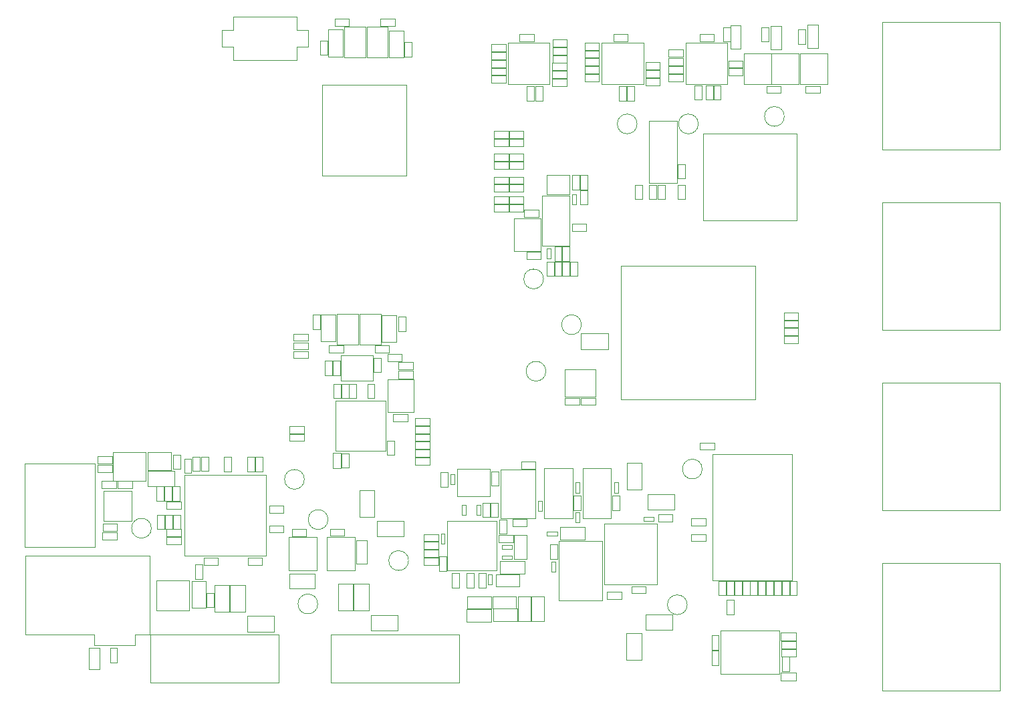
<source format=gbr>
%TF.GenerationSoftware,KiCad,Pcbnew,9.0.1*%
%TF.CreationDate,2025-05-15T18:24:47+02:00*%
%TF.ProjectId,Marble_Tiny,4d617262-6c65-45f5-9469-6e792e6b6963,rev?*%
%TF.SameCoordinates,Original*%
%TF.FileFunction,Other,User*%
%FSLAX46Y46*%
G04 Gerber Fmt 4.6, Leading zero omitted, Abs format (unit mm)*
G04 Created by KiCad (PCBNEW 9.0.1) date 2025-05-15 18:24:47*
%MOMM*%
%LPD*%
G01*
G04 APERTURE LIST*
%ADD10C,0.050000*%
%ADD11C,0.100000*%
G04 APERTURE END LIST*
D10*
%TO.C,R156*%
X196390000Y-63425000D02*
X198210000Y-63425000D01*
X196390000Y-64345000D02*
X196390000Y-63425000D01*
X196390000Y-64345000D02*
X198210000Y-64345000D01*
X198210000Y-64345000D02*
X198210000Y-63425000D01*
%TO.C,C13*%
X143540000Y-101190000D02*
X143540000Y-103010000D01*
X143540000Y-101190000D02*
X144460000Y-101190000D01*
X143540000Y-103010000D02*
X144460000Y-103010000D01*
X144460000Y-101190000D02*
X144460000Y-103010000D01*
%TO.C,R61*%
X198340000Y-126190000D02*
X198340000Y-128010000D01*
X198340000Y-126190000D02*
X199260000Y-126190000D01*
X198340000Y-128010000D02*
X199260000Y-128010000D01*
X199260000Y-126190000D02*
X199260000Y-128010000D01*
%TO.C,U3*%
X167950000Y-77320000D02*
X167950000Y-83680000D01*
X167950000Y-83680000D02*
X171450000Y-83680000D01*
X171450000Y-77320000D02*
X167950000Y-77320000D01*
X171450000Y-83680000D02*
X171450000Y-77320000D01*
%TO.C,R129*%
X163790000Y-74940000D02*
X165610000Y-74940000D01*
X163790000Y-75860000D02*
X163790000Y-74940000D01*
X163790000Y-75860000D02*
X165610000Y-75860000D01*
X165610000Y-75860000D02*
X165610000Y-74940000D01*
%TO.C,R131*%
X161890000Y-73040000D02*
X163710000Y-73040000D01*
X161890000Y-73960000D02*
X161890000Y-73040000D01*
X161890000Y-73960000D02*
X163710000Y-73960000D01*
X163710000Y-73960000D02*
X163710000Y-73040000D01*
%TO.C,U12*%
X157200000Y-111965000D02*
X161400000Y-111965000D01*
X157200000Y-115465000D02*
X157200000Y-111965000D01*
X157200000Y-115465000D02*
X161400000Y-115465000D01*
X161400000Y-115465000D02*
X161400000Y-111965000D01*
%TO.C,C19*%
X140850000Y-56300000D02*
X140850000Y-59700000D01*
X140850000Y-56300000D02*
X142750000Y-56300000D01*
X140850000Y-59700000D02*
X142750000Y-59700000D01*
X142750000Y-56300000D02*
X142750000Y-59700000D01*
%TO.C,TP2*%
X187750000Y-68250000D02*
G75*
G02*
X185250000Y-68250000I-1250000J0D01*
G01*
X185250000Y-68250000D02*
G75*
G02*
X187750000Y-68250000I1250000J0D01*
G01*
%TO.C,TP12*%
X168450000Y-99600000D02*
G75*
G02*
X165950000Y-99600000I-1250000J0D01*
G01*
X165950000Y-99600000D02*
G75*
G02*
X168450000Y-99600000I1250000J0D01*
G01*
%TO.C,R19*%
X136490000Y-95940000D02*
X136490000Y-96860000D01*
X138310000Y-95940000D02*
X136490000Y-95940000D01*
X138310000Y-95940000D02*
X138310000Y-96860000D01*
X138310000Y-96860000D02*
X136490000Y-96860000D01*
%TO.C,C227*%
X185165000Y-73355000D02*
X185165000Y-75175000D01*
X185165000Y-73355000D02*
X186085000Y-73355000D01*
X185165000Y-75175000D02*
X186085000Y-75175000D01*
X186085000Y-73355000D02*
X186085000Y-75175000D01*
%TO.C,U16*%
X155950000Y-118550000D02*
X162250000Y-118550000D01*
X155950000Y-124850000D02*
X155950000Y-118550000D01*
X155950000Y-124850000D02*
X162250000Y-124850000D01*
X162250000Y-124850000D02*
X162250000Y-118550000D01*
%TO.C,C209*%
X157850000Y-117850000D02*
X157850000Y-116550000D01*
X158350000Y-116550000D02*
X157850000Y-116550000D01*
X158350000Y-117850000D02*
X157850000Y-117850000D01*
X158350000Y-117850000D02*
X158350000Y-116550000D01*
%TO.C,R135*%
X161890000Y-70140000D02*
X163710000Y-70140000D01*
X161890000Y-71060000D02*
X161890000Y-70140000D01*
X161890000Y-71060000D02*
X163710000Y-71060000D01*
X163710000Y-71060000D02*
X163710000Y-70140000D01*
%TO.C,L17*%
X158500000Y-128150000D02*
X161500000Y-128150000D01*
X158500000Y-129650000D02*
X158500000Y-128150000D01*
X158500000Y-129650000D02*
X161500000Y-129650000D01*
X161500000Y-129650000D02*
X161500000Y-128150000D01*
%TO.C,C199*%
X164900000Y-128150000D02*
X164900000Y-131250000D01*
X164900000Y-128150000D02*
X166500000Y-128150000D01*
X164900000Y-131250000D02*
X166500000Y-131250000D01*
X166500000Y-128150000D02*
X166500000Y-131250000D01*
%TO.C,C188*%
X165340000Y-111040000D02*
X167160000Y-111040000D01*
X165340000Y-111960000D02*
X165340000Y-111040000D01*
X165340000Y-111960000D02*
X167160000Y-111960000D01*
X167160000Y-111960000D02*
X167160000Y-111040000D01*
%TO.C,R28*%
X177702500Y-63490000D02*
X177702500Y-65310000D01*
X177702500Y-63490000D02*
X178622500Y-63490000D01*
X177702500Y-65310000D02*
X178622500Y-65310000D01*
X178622500Y-63490000D02*
X178622500Y-65310000D01*
%TO.C,J6*%
X211075000Y-78155000D02*
X211075000Y-94405000D01*
X211075000Y-94405000D02*
X225925000Y-94405000D01*
X225925000Y-78155000D02*
X211075000Y-78155000D01*
X225925000Y-94405000D02*
X225925000Y-78155000D01*
%TO.C,C218*%
X172890000Y-102965000D02*
X174710000Y-102965000D01*
X172890000Y-103885000D02*
X172890000Y-102965000D01*
X172890000Y-103885000D02*
X174710000Y-103885000D01*
X174710000Y-103885000D02*
X174710000Y-102965000D01*
%TO.C,TP10*%
X137850000Y-113300000D02*
G75*
G02*
X135350000Y-113300000I-1250000J0D01*
G01*
X135350000Y-113300000D02*
G75*
G02*
X137850000Y-113300000I1250000J0D01*
G01*
%TO.C,R113*%
X170540000Y-83790000D02*
X170540000Y-85610000D01*
X170540000Y-83790000D02*
X171460000Y-83790000D01*
X170540000Y-85610000D02*
X171460000Y-85610000D01*
X171460000Y-83790000D02*
X171460000Y-85610000D01*
%TO.C,L3*%
X145750000Y-55950000D02*
X148450000Y-55950000D01*
X145750000Y-59850000D02*
X145750000Y-55950000D01*
X148450000Y-55950000D02*
X148450000Y-59850000D01*
X148450000Y-59850000D02*
X145750000Y-59850000D01*
%TO.C,R150*%
X198340000Y-135790000D02*
X198340000Y-137610000D01*
X198340000Y-135790000D02*
X199260000Y-135790000D01*
X198340000Y-137610000D02*
X199260000Y-137610000D01*
X199260000Y-135790000D02*
X199260000Y-137610000D01*
%TO.C,C78*%
X122640000Y-110690000D02*
X122640000Y-112510000D01*
X122640000Y-110690000D02*
X123560000Y-110690000D01*
X122640000Y-112510000D02*
X123560000Y-112510000D01*
X123560000Y-110690000D02*
X123560000Y-112510000D01*
%TO.C,U18*%
X164400000Y-80250000D02*
X164400000Y-84350000D01*
X164400000Y-84350000D02*
X167800000Y-84350000D01*
X167800000Y-80250000D02*
X164400000Y-80250000D01*
X167800000Y-84350000D02*
X167800000Y-80250000D01*
%TO.C,C3*%
X141470000Y-100110000D02*
X141470000Y-98290000D01*
X142390000Y-98290000D02*
X141470000Y-98290000D01*
X142390000Y-100110000D02*
X141470000Y-100110000D01*
X142390000Y-100110000D02*
X142390000Y-98290000D01*
%TO.C,R175*%
X169290000Y-57540000D02*
X169290000Y-58460000D01*
X171110000Y-57540000D02*
X169290000Y-57540000D01*
X171110000Y-57540000D02*
X171110000Y-58460000D01*
X171110000Y-58460000D02*
X169290000Y-58460000D01*
%TO.C,U19*%
X163612500Y-57950000D02*
X168912500Y-57950000D01*
X163612500Y-63250000D02*
X163612500Y-57950000D01*
X163612500Y-63250000D02*
X168912500Y-63250000D01*
X168912500Y-63250000D02*
X168912500Y-57950000D01*
%TO.C,R34*%
X181052500Y-60440000D02*
X182872500Y-60440000D01*
X181052500Y-61360000D02*
X181052500Y-60440000D01*
X181052500Y-61360000D02*
X182872500Y-61360000D01*
X182872500Y-61360000D02*
X182872500Y-60440000D01*
%TO.C,C84*%
X130640000Y-112310000D02*
X130640000Y-110490000D01*
X131560000Y-110490000D02*
X130640000Y-110490000D01*
X131560000Y-112310000D02*
X130640000Y-112310000D01*
X131560000Y-112310000D02*
X131560000Y-110490000D01*
%TO.C,TP5*%
X198650000Y-67300000D02*
G75*
G02*
X196150000Y-67300000I-1250000J0D01*
G01*
X196150000Y-67300000D02*
G75*
G02*
X198650000Y-67300000I1250000J0D01*
G01*
%TO.C,C177*%
X144850000Y-118100000D02*
X144850000Y-114700000D01*
X146750000Y-114700000D02*
X144850000Y-114700000D01*
X146750000Y-118100000D02*
X144850000Y-118100000D01*
X146750000Y-118100000D02*
X146750000Y-114700000D01*
%TO.C,Q2*%
X200650000Y-63200000D02*
X200650000Y-59300000D01*
X204150000Y-59300000D02*
X200650000Y-59300000D01*
X204150000Y-63200000D02*
X200650000Y-63200000D01*
X204150000Y-63200000D02*
X204150000Y-59300000D01*
%TO.C,C10*%
X141540000Y-101190000D02*
X141540000Y-103010000D01*
X141540000Y-101190000D02*
X142460000Y-101190000D01*
X141540000Y-103010000D02*
X142460000Y-103010000D01*
X142460000Y-101190000D02*
X142460000Y-103010000D01*
%TO.C,R76*%
X123700000Y-112260000D02*
X123700000Y-110440000D01*
X124620000Y-110440000D02*
X123700000Y-110440000D01*
X124620000Y-112260000D02*
X123700000Y-112260000D01*
X124620000Y-112260000D02*
X124620000Y-110440000D01*
%TO.C,Y2*%
X162750000Y-112050000D02*
X167150000Y-112050000D01*
X162750000Y-118250000D02*
X162750000Y-112050000D01*
X162750000Y-118250000D02*
X167150000Y-118250000D01*
X167150000Y-118250000D02*
X167150000Y-112050000D01*
%TO.C,C22*%
X141690000Y-54940000D02*
X143510000Y-54940000D01*
X141690000Y-55860000D02*
X141690000Y-54940000D01*
X141690000Y-55860000D02*
X143510000Y-55860000D01*
X143510000Y-55860000D02*
X143510000Y-54940000D01*
%TO.C,C191*%
X169180000Y-123735000D02*
X169180000Y-125035000D01*
X169180000Y-123735000D02*
X169680000Y-123735000D01*
X169180000Y-125035000D02*
X169680000Y-125035000D01*
X169680000Y-123735000D02*
X169680000Y-125035000D01*
%TO.C,C247*%
X140440000Y-100110000D02*
X140440000Y-98290000D01*
X141360000Y-98290000D02*
X140440000Y-98290000D01*
X141360000Y-100110000D02*
X140440000Y-100110000D01*
X141360000Y-100110000D02*
X141360000Y-98290000D01*
%TO.C,R147*%
X113240000Y-134690000D02*
X113240000Y-136510000D01*
X113240000Y-134690000D02*
X114160000Y-134690000D01*
X113240000Y-136510000D02*
X114160000Y-136510000D01*
X114160000Y-134690000D02*
X114160000Y-136510000D01*
%TO.C,R154*%
X136290000Y-119640000D02*
X138110000Y-119640000D01*
X136290000Y-120560000D02*
X136290000Y-119640000D01*
X136290000Y-120560000D02*
X138110000Y-120560000D01*
X138110000Y-120560000D02*
X138110000Y-119640000D01*
%TO.C,C2*%
X181350000Y-115165000D02*
X184750000Y-115165000D01*
X181350000Y-117165000D02*
X181350000Y-115165000D01*
X181350000Y-117165000D02*
X184750000Y-117165000D01*
X184750000Y-117165000D02*
X184750000Y-115165000D01*
%TO.C,TP11*%
X188250000Y-112000000D02*
G75*
G02*
X185750000Y-112000000I-1250000J0D01*
G01*
X185750000Y-112000000D02*
G75*
G02*
X188250000Y-112000000I1250000J0D01*
G01*
%TO.C,R167*%
X192340000Y-126190000D02*
X192340000Y-128010000D01*
X192340000Y-126190000D02*
X193260000Y-126190000D01*
X192340000Y-128010000D02*
X193260000Y-128010000D01*
X193260000Y-126190000D02*
X193260000Y-128010000D01*
%TO.C,C208*%
X162850000Y-121650000D02*
X164150000Y-121650000D01*
X162850000Y-122150000D02*
X162850000Y-121650000D01*
X162850000Y-122150000D02*
X164150000Y-122150000D01*
X164150000Y-122150000D02*
X164150000Y-121650000D01*
%TO.C,R87*%
X198590000Y-94140000D02*
X200410000Y-94140000D01*
X198590000Y-95060000D02*
X198590000Y-94140000D01*
X198590000Y-95060000D02*
X200410000Y-95060000D01*
X200410000Y-95060000D02*
X200410000Y-94140000D01*
%TO.C,C174*%
X147050000Y-118562500D02*
X150450000Y-118562500D01*
X147050000Y-120562500D02*
X147050000Y-118562500D01*
X147050000Y-120562500D02*
X150450000Y-120562500D01*
X150450000Y-120562500D02*
X150450000Y-118562500D01*
%TO.C,C198*%
X171750000Y-78450000D02*
X171750000Y-77150000D01*
X172250000Y-77150000D02*
X171750000Y-77150000D01*
X172250000Y-78450000D02*
X171750000Y-78450000D01*
X172250000Y-78450000D02*
X172250000Y-77150000D01*
%TO.C,C202*%
X158440000Y-125190000D02*
X158440000Y-127010000D01*
X158440000Y-125190000D02*
X159360000Y-125190000D01*
X158440000Y-127010000D02*
X159360000Y-127010000D01*
X159360000Y-125190000D02*
X159360000Y-127010000D01*
%TO.C,R20*%
X135990000Y-106540000D02*
X135990000Y-107460000D01*
X137810000Y-106540000D02*
X135990000Y-106540000D01*
X137810000Y-106540000D02*
X137810000Y-107460000D01*
X137810000Y-107460000D02*
X135990000Y-107460000D01*
%TO.C,R174*%
X169290000Y-58540000D02*
X169290000Y-59460000D01*
X171110000Y-58540000D02*
X169290000Y-58540000D01*
X171110000Y-58540000D02*
X171110000Y-59460000D01*
X171110000Y-59460000D02*
X169290000Y-59460000D01*
%TO.C,R102*%
X171970000Y-115375000D02*
X171970000Y-117195000D01*
X171970000Y-115375000D02*
X172890000Y-115375000D01*
X171970000Y-117195000D02*
X172890000Y-117195000D01*
X172890000Y-115375000D02*
X172890000Y-117195000D01*
%TO.C,C193*%
X162490000Y-120340000D02*
X162490000Y-121260000D01*
X164310000Y-120340000D02*
X162490000Y-120340000D01*
X164310000Y-120340000D02*
X164310000Y-121260000D01*
X164310000Y-121260000D02*
X162490000Y-121260000D01*
%TO.C,C176*%
X130600000Y-130600000D02*
X134000000Y-130600000D01*
X130600000Y-132600000D02*
X130600000Y-130600000D01*
X130600000Y-132600000D02*
X134000000Y-132600000D01*
X134000000Y-132600000D02*
X134000000Y-130600000D01*
%TO.C,R25*%
X173352500Y-59940000D02*
X173352500Y-60860000D01*
X175172500Y-59940000D02*
X173352500Y-59940000D01*
X175172500Y-59940000D02*
X175172500Y-60860000D01*
X175172500Y-60860000D02*
X173352500Y-60860000D01*
%TO.C,C74*%
X130690000Y-123240000D02*
X130690000Y-124160000D01*
X132510000Y-123240000D02*
X130690000Y-123240000D01*
X132510000Y-123240000D02*
X132510000Y-124160000D01*
X132510000Y-124160000D02*
X130690000Y-124160000D01*
%TO.C,R8*%
X151890000Y-105540000D02*
X151890000Y-106460000D01*
X153710000Y-105540000D02*
X151890000Y-105540000D01*
X153710000Y-105540000D02*
X153710000Y-106460000D01*
X153710000Y-106460000D02*
X151890000Y-106460000D01*
%TO.C,R4*%
X151890000Y-107540000D02*
X151890000Y-108460000D01*
X153710000Y-107540000D02*
X151890000Y-107540000D01*
X153710000Y-107540000D02*
X153710000Y-108460000D01*
X153710000Y-108460000D02*
X151890000Y-108460000D01*
%TO.C,R124*%
X163790000Y-78440000D02*
X165610000Y-78440000D01*
X163790000Y-79360000D02*
X163790000Y-78440000D01*
X163790000Y-79360000D02*
X165610000Y-79360000D01*
X165610000Y-79360000D02*
X165610000Y-78440000D01*
%TO.C,C207*%
X156540000Y-125190000D02*
X156540000Y-127010000D01*
X156540000Y-125190000D02*
X157460000Y-125190000D01*
X156540000Y-127010000D02*
X157460000Y-127010000D01*
X157460000Y-125190000D02*
X157460000Y-127010000D01*
%TO.C,R32*%
X181052500Y-62440000D02*
X182872500Y-62440000D01*
X181052500Y-63360000D02*
X181052500Y-62440000D01*
X181052500Y-63360000D02*
X182872500Y-63360000D01*
X182872500Y-63360000D02*
X182872500Y-62440000D01*
%TO.C,C80*%
X120390000Y-119640000D02*
X122210000Y-119640000D01*
X120390000Y-120560000D02*
X120390000Y-119640000D01*
X120390000Y-120560000D02*
X122210000Y-120560000D01*
X122210000Y-120560000D02*
X122210000Y-119640000D01*
%TO.C,R155*%
X195740000Y-55990000D02*
X195740000Y-57810000D01*
X195740000Y-55990000D02*
X196660000Y-55990000D01*
X195740000Y-57810000D02*
X196660000Y-57810000D01*
X196660000Y-55990000D02*
X196660000Y-57810000D01*
%TO.C,R162*%
X172815000Y-74765000D02*
X172815000Y-76585000D01*
X172815000Y-74765000D02*
X173735000Y-74765000D01*
X172815000Y-76585000D02*
X173735000Y-76585000D01*
X173735000Y-74765000D02*
X173735000Y-76585000D01*
%TO.C,J2*%
X111360000Y-111280000D02*
X102420000Y-111280000D01*
X102420000Y-121920000D01*
X111360000Y-121920000D01*
X111360000Y-111280000D01*
%TO.C,D1*%
X112450000Y-118600000D02*
X112450000Y-114800000D01*
X115950000Y-114800000D02*
X112450000Y-114800000D01*
X115950000Y-118600000D02*
X112450000Y-118600000D01*
X115950000Y-118600000D02*
X115950000Y-114800000D01*
%TO.C,C205*%
X152990000Y-122240000D02*
X154810000Y-122240000D01*
X152990000Y-123160000D02*
X152990000Y-122240000D01*
X152990000Y-123160000D02*
X154810000Y-123160000D01*
X154810000Y-123160000D02*
X154810000Y-122240000D01*
%TO.C,R31*%
X187290000Y-63365000D02*
X187290000Y-65185000D01*
X187290000Y-63365000D02*
X188210000Y-63365000D01*
X187290000Y-65185000D02*
X188210000Y-65185000D01*
X188210000Y-63365000D02*
X188210000Y-65185000D01*
%TO.C,C185*%
X168580000Y-119935000D02*
X168580000Y-120435000D01*
X169880000Y-119935000D02*
X168580000Y-119935000D01*
X169880000Y-119935000D02*
X169880000Y-120435000D01*
X169880000Y-120435000D02*
X168580000Y-120435000D01*
%TO.C,R78*%
X120390000Y-116140000D02*
X122210000Y-116140000D01*
X120390000Y-117060000D02*
X120390000Y-116140000D01*
X120390000Y-117060000D02*
X122210000Y-117060000D01*
X122210000Y-117060000D02*
X122210000Y-116140000D01*
%TO.C,L5*%
X141950000Y-92350000D02*
X144650000Y-92350000D01*
X141950000Y-96250000D02*
X141950000Y-92350000D01*
X144650000Y-92350000D02*
X144650000Y-96250000D01*
X144650000Y-96250000D02*
X141950000Y-96250000D01*
%TO.C,R45*%
X161552500Y-61140000D02*
X161552500Y-62060000D01*
X163372500Y-61140000D02*
X161552500Y-61140000D01*
X163372500Y-61140000D02*
X163372500Y-62060000D01*
X163372500Y-62060000D02*
X161552500Y-62060000D01*
%TO.C,R105*%
X154940000Y-124910000D02*
X154940000Y-123090000D01*
X155860000Y-123090000D02*
X154940000Y-123090000D01*
X155860000Y-124910000D02*
X154940000Y-124910000D01*
X155860000Y-124910000D02*
X155860000Y-123090000D01*
%TO.C,J4*%
X211075000Y-123875000D02*
X211075000Y-140125000D01*
X211075000Y-140125000D02*
X225925000Y-140125000D01*
X225925000Y-123875000D02*
X211075000Y-123875000D01*
X225925000Y-140125000D02*
X225925000Y-123875000D01*
%TO.C,C221*%
X165102500Y-56902000D02*
X166922500Y-56902000D01*
X165102500Y-57822000D02*
X165102500Y-56902000D01*
X165102500Y-57822000D02*
X166922500Y-57822000D01*
X166922500Y-57822000D02*
X166922500Y-56902000D01*
%TO.C,R122*%
X183990000Y-58840000D02*
X183990000Y-59760000D01*
X185810000Y-58840000D02*
X183990000Y-58840000D01*
X185810000Y-58840000D02*
X185810000Y-59760000D01*
X185810000Y-59760000D02*
X183990000Y-59760000D01*
%TO.C,R44*%
X169252500Y-62540000D02*
X171072500Y-62540000D01*
X169252500Y-63460000D02*
X169252500Y-62540000D01*
X169252500Y-63460000D02*
X171072500Y-63460000D01*
X171072500Y-63460000D02*
X171072500Y-62540000D01*
%TO.C,C7*%
X141490000Y-111870000D02*
X141490000Y-109930000D01*
X142510000Y-109930000D02*
X141490000Y-109930000D01*
X142510000Y-111870000D02*
X141490000Y-111870000D01*
X142510000Y-111870000D02*
X142510000Y-109930000D01*
%TO.C,Y6*%
X168600000Y-74750000D02*
X168600000Y-77150000D01*
X168600000Y-74750000D02*
X171400000Y-74750000D01*
X168600000Y-77150000D02*
X171400000Y-77150000D01*
X171400000Y-74750000D02*
X171400000Y-77150000D01*
%TO.C,C111*%
X172850000Y-94800000D02*
X176350000Y-94800000D01*
X172850000Y-96800000D02*
X172850000Y-94800000D01*
X172850000Y-96800000D02*
X176350000Y-96800000D01*
X176350000Y-96800000D02*
X176350000Y-94800000D01*
%TO.C,U25*%
X140700000Y-124850000D02*
X140700000Y-120650000D01*
X144300000Y-120650000D02*
X140700000Y-120650000D01*
X144300000Y-124850000D02*
X140700000Y-124850000D01*
X144300000Y-124850000D02*
X144300000Y-120650000D01*
%TO.C,Q3*%
X193500000Y-63200000D02*
X193500000Y-59300000D01*
X197000000Y-59300000D02*
X193500000Y-59300000D01*
X197000000Y-63200000D02*
X193500000Y-63200000D01*
X197000000Y-63200000D02*
X197000000Y-59300000D01*
%TO.C,C85*%
X120140000Y-114190000D02*
X120140000Y-116010000D01*
X120140000Y-114190000D02*
X121060000Y-114190000D01*
X120140000Y-116010000D02*
X121060000Y-116010000D01*
X121060000Y-114190000D02*
X121060000Y-116010000D01*
%TO.C,R152*%
X124040000Y-124090000D02*
X124040000Y-125910000D01*
X124040000Y-124090000D02*
X124960000Y-124090000D01*
X124040000Y-125910000D02*
X124960000Y-125910000D01*
X124960000Y-124090000D02*
X124960000Y-125910000D01*
%TO.C,R121*%
X171540000Y-87510000D02*
X171540000Y-85690000D01*
X172460000Y-85690000D02*
X171540000Y-85690000D01*
X172460000Y-87510000D02*
X171540000Y-87510000D01*
X172460000Y-87510000D02*
X172460000Y-85690000D01*
%TO.C,R14*%
X135990000Y-107540000D02*
X137810000Y-107540000D01*
X135990000Y-108460000D02*
X135990000Y-107540000D01*
X135990000Y-108460000D02*
X137810000Y-108460000D01*
X137810000Y-108460000D02*
X137810000Y-107540000D01*
%TO.C,LD1*%
X110600000Y-134650000D02*
X110600000Y-137400000D01*
X110600000Y-134650000D02*
X111900000Y-134650000D01*
X110600000Y-137400000D02*
X111900000Y-137400000D01*
X111900000Y-134650000D02*
X111900000Y-137400000D01*
%TO.C,C225*%
X189440000Y-136860000D02*
X189440000Y-135040000D01*
X190360000Y-135040000D02*
X189440000Y-135040000D01*
X190360000Y-136860000D02*
X189440000Y-136860000D01*
X190360000Y-136860000D02*
X190360000Y-135040000D01*
%TO.C,R158*%
X201340000Y-63425000D02*
X201340000Y-64345000D01*
X203160000Y-63425000D02*
X201340000Y-63425000D01*
X203160000Y-63425000D02*
X203160000Y-64345000D01*
X203160000Y-64345000D02*
X201340000Y-64345000D01*
%TO.C,C196*%
X167480000Y-117335000D02*
X167480000Y-116035000D01*
X167980000Y-116035000D02*
X167480000Y-116035000D01*
X167980000Y-117335000D02*
X167480000Y-117335000D01*
X167980000Y-117335000D02*
X167980000Y-116035000D01*
%TO.C,U21*%
X122700000Y-112700000D02*
X133000000Y-112700000D01*
X122700000Y-123000000D02*
X122700000Y-112700000D01*
X122700000Y-123000000D02*
X133000000Y-123000000D01*
X133000000Y-123000000D02*
X133000000Y-112700000D01*
%TO.C,C26*%
X146790000Y-96340000D02*
X146790000Y-97260000D01*
X148610000Y-96340000D02*
X146790000Y-96340000D01*
X148610000Y-96340000D02*
X148610000Y-97260000D01*
X148610000Y-97260000D02*
X146790000Y-97260000D01*
%TO.C,R118*%
X152990000Y-120240000D02*
X152990000Y-121160000D01*
X154810000Y-120240000D02*
X152990000Y-120240000D01*
X154810000Y-120240000D02*
X154810000Y-121160000D01*
X154810000Y-121160000D02*
X152990000Y-121160000D01*
%TO.C,C29*%
X149740000Y-94510000D02*
X149740000Y-92690000D01*
X150660000Y-92690000D02*
X149740000Y-92690000D01*
X150660000Y-94510000D02*
X149740000Y-94510000D01*
X150660000Y-94510000D02*
X150660000Y-92690000D01*
%TO.C,C9*%
X142540000Y-111810000D02*
X142540000Y-109990000D01*
X143460000Y-109990000D02*
X142540000Y-109990000D01*
X143460000Y-111810000D02*
X142540000Y-111810000D01*
X143460000Y-111810000D02*
X143460000Y-109990000D01*
%TO.C,C172*%
X142150000Y-129950000D02*
X142150000Y-126550000D01*
X144050000Y-126550000D02*
X142150000Y-126550000D01*
X144050000Y-129950000D02*
X142150000Y-129950000D01*
X144050000Y-129950000D02*
X144050000Y-126550000D01*
%TO.C,R63*%
X196340000Y-126190000D02*
X196340000Y-128010000D01*
X196340000Y-126190000D02*
X197260000Y-126190000D01*
X196340000Y-128010000D02*
X197260000Y-128010000D01*
X197260000Y-126190000D02*
X197260000Y-128010000D01*
%TO.C,R83*%
X112190000Y-113540000D02*
X112190000Y-114460000D01*
X114010000Y-113540000D02*
X112190000Y-113540000D01*
X114010000Y-113540000D02*
X114010000Y-114460000D01*
X114010000Y-114460000D02*
X112190000Y-114460000D01*
%TO.C,J5*%
X211075000Y-101015000D02*
X211075000Y-117265000D01*
X211075000Y-117265000D02*
X225925000Y-117265000D01*
X225925000Y-101015000D02*
X211075000Y-101015000D01*
X225925000Y-117265000D02*
X225925000Y-101015000D01*
%TO.C,R65*%
X186890000Y-120240000D02*
X186890000Y-121160000D01*
X188710000Y-120240000D02*
X186890000Y-120240000D01*
X188710000Y-120240000D02*
X188710000Y-121160000D01*
X188710000Y-121160000D02*
X186890000Y-121160000D01*
%TO.C,L2*%
X142950000Y-55950000D02*
X145650000Y-55950000D01*
X142950000Y-59850000D02*
X142950000Y-55950000D01*
X145650000Y-55950000D02*
X145650000Y-59850000D01*
X145650000Y-59850000D02*
X142950000Y-59850000D01*
%TO.C,D2*%
X123620000Y-129610000D02*
X123620000Y-126190000D01*
X125380000Y-126190000D02*
X123620000Y-126190000D01*
X125380000Y-129610000D02*
X123620000Y-129610000D01*
X125380000Y-129610000D02*
X125380000Y-126190000D01*
%TO.C,R106*%
X161440000Y-116290000D02*
X161440000Y-118110000D01*
X161440000Y-116290000D02*
X162360000Y-116290000D01*
X161440000Y-118110000D02*
X162360000Y-118110000D01*
X162360000Y-116290000D02*
X162360000Y-118110000D01*
%TO.C,C201*%
X164400000Y-123450000D02*
X164400000Y-120350000D01*
X166000000Y-120350000D02*
X164400000Y-120350000D01*
X166000000Y-123450000D02*
X164400000Y-123450000D01*
X166000000Y-123450000D02*
X166000000Y-120350000D01*
%TO.C,R41*%
X189690000Y-63365000D02*
X189690000Y-65185000D01*
X189690000Y-63365000D02*
X190610000Y-63365000D01*
X189690000Y-65185000D02*
X190610000Y-65185000D01*
X190610000Y-63365000D02*
X190610000Y-65185000D01*
%TO.C,R140*%
X182640000Y-75990000D02*
X182640000Y-77810000D01*
X182640000Y-75990000D02*
X183560000Y-75990000D01*
X182640000Y-77810000D02*
X183560000Y-77810000D01*
X183560000Y-75990000D02*
X183560000Y-77810000D01*
%TO.C,TP9*%
X151050000Y-123600000D02*
G75*
G02*
X148550000Y-123600000I-1250000J0D01*
G01*
X148550000Y-123600000D02*
G75*
G02*
X151050000Y-123600000I1250000J0D01*
G01*
%TO.C,R132*%
X161890000Y-72040000D02*
X161890000Y-72960000D01*
X163710000Y-72040000D02*
X161890000Y-72040000D01*
X163710000Y-72040000D02*
X163710000Y-72960000D01*
X163710000Y-72960000D02*
X161890000Y-72960000D01*
%TO.C,R134*%
X163790000Y-73040000D02*
X165610000Y-73040000D01*
X163790000Y-73960000D02*
X163790000Y-73040000D01*
X163790000Y-73960000D02*
X165610000Y-73960000D01*
X165610000Y-73960000D02*
X165610000Y-73040000D01*
%TO.C,R85*%
X198590000Y-95140000D02*
X200410000Y-95140000D01*
X198590000Y-96060000D02*
X198590000Y-95140000D01*
X198590000Y-96060000D02*
X200410000Y-96060000D01*
X200410000Y-96060000D02*
X200410000Y-95140000D01*
%TO.C,C182*%
X155140000Y-112405000D02*
X155140000Y-114225000D01*
X155140000Y-112405000D02*
X156060000Y-112405000D01*
X155140000Y-114225000D02*
X156060000Y-114225000D01*
X156060000Y-112405000D02*
X156060000Y-114225000D01*
%TO.C,R47*%
X161552500Y-62140000D02*
X161552500Y-63060000D01*
X163372500Y-62140000D02*
X161552500Y-62140000D01*
X163372500Y-62140000D02*
X163372500Y-63060000D01*
X163372500Y-63060000D02*
X161552500Y-63060000D01*
%TO.C,U28*%
X181500000Y-67900000D02*
X181500000Y-75700000D01*
X181500000Y-67900000D02*
X185100000Y-67900000D01*
X181500000Y-75700000D02*
X185100000Y-75700000D01*
X185100000Y-67900000D02*
X185100000Y-75700000D01*
%TO.C,J14*%
X118375000Y-132950000D02*
X134625000Y-132950000D01*
X118375000Y-139050000D02*
X118375000Y-132950000D01*
X134625000Y-132950000D02*
X134625000Y-139050000D01*
X134625000Y-139050000D02*
X118375000Y-139050000D01*
%TO.C,R110*%
X159940000Y-127010000D02*
X159940000Y-125190000D01*
X160860000Y-125190000D02*
X159940000Y-125190000D01*
X160860000Y-127010000D02*
X159940000Y-127010000D01*
X160860000Y-127010000D02*
X160860000Y-125190000D01*
%TO.C,C88*%
X121240000Y-119610000D02*
X121240000Y-117790000D01*
X122160000Y-117790000D02*
X121240000Y-117790000D01*
X122160000Y-119610000D02*
X121240000Y-119610000D01*
X122160000Y-119610000D02*
X122160000Y-117790000D01*
%TO.C,C17*%
X149730000Y-99490000D02*
X149730000Y-100510000D01*
X151670000Y-99490000D02*
X149730000Y-99490000D01*
X151670000Y-99490000D02*
X151670000Y-100510000D01*
X151670000Y-100510000D02*
X149730000Y-100510000D01*
%TO.C,C222*%
X177002500Y-56890000D02*
X178822500Y-56890000D01*
X177002500Y-57810000D02*
X177002500Y-56890000D01*
X177002500Y-57810000D02*
X178822500Y-57810000D01*
X178822500Y-57810000D02*
X178822500Y-56890000D01*
%TO.C,R21*%
X173352500Y-57940000D02*
X173352500Y-58860000D01*
X175172500Y-57940000D02*
X173352500Y-57940000D01*
X175172500Y-57940000D02*
X175172500Y-58860000D01*
X175172500Y-58860000D02*
X173352500Y-58860000D01*
%TO.C,R66*%
X194340000Y-126190000D02*
X194340000Y-128010000D01*
X194340000Y-126190000D02*
X195260000Y-126190000D01*
X194340000Y-128010000D02*
X195260000Y-128010000D01*
X195260000Y-126190000D02*
X195260000Y-128010000D01*
%TO.C,R6*%
X151890000Y-109540000D02*
X151890000Y-110460000D01*
X153710000Y-109540000D02*
X151890000Y-109540000D01*
X153710000Y-109540000D02*
X153710000Y-110460000D01*
X153710000Y-110460000D02*
X151890000Y-110460000D01*
%TO.C,U17*%
X175512500Y-57950000D02*
X180812500Y-57950000D01*
X175512500Y-63250000D02*
X175512500Y-57950000D01*
X175512500Y-63250000D02*
X180812500Y-63250000D01*
X180812500Y-63250000D02*
X180812500Y-57950000D01*
%TO.C,R79*%
X120390000Y-120640000D02*
X120390000Y-121560000D01*
X122210000Y-120640000D02*
X120390000Y-120640000D01*
X122210000Y-120640000D02*
X122210000Y-121560000D01*
X122210000Y-121560000D02*
X120390000Y-121560000D01*
%TO.C,R82*%
X112290000Y-120040000D02*
X114110000Y-120040000D01*
X112290000Y-120960000D02*
X112290000Y-120040000D01*
X112290000Y-120960000D02*
X114110000Y-120960000D01*
X114110000Y-120960000D02*
X114110000Y-120040000D01*
%TO.C,U8*%
X113600000Y-109900000D02*
X113600000Y-113500000D01*
X117800000Y-109900000D02*
X113600000Y-109900000D01*
X117800000Y-109900000D02*
X117800000Y-113500000D01*
X117800000Y-113500000D02*
X113600000Y-113500000D01*
%TO.C,R81*%
X114220000Y-113540000D02*
X116040000Y-113540000D01*
X114220000Y-114460000D02*
X114220000Y-113540000D01*
X114220000Y-114460000D02*
X116040000Y-114460000D01*
X116040000Y-114460000D02*
X116040000Y-113540000D01*
%TO.C,R176*%
X176190000Y-127540000D02*
X176190000Y-128460000D01*
X178010000Y-127540000D02*
X176190000Y-127540000D01*
X178010000Y-127540000D02*
X178010000Y-128460000D01*
X178010000Y-128460000D02*
X176190000Y-128460000D01*
%TO.C,R18*%
X136490000Y-97040000D02*
X138310000Y-97040000D01*
X136490000Y-97960000D02*
X136490000Y-97040000D01*
X136490000Y-97960000D02*
X138310000Y-97960000D01*
X138310000Y-97960000D02*
X138310000Y-97040000D01*
%TO.C,C194*%
X172180000Y-117485000D02*
X172180000Y-118785000D01*
X172180000Y-117485000D02*
X172680000Y-117485000D01*
X172180000Y-118785000D02*
X172680000Y-118785000D01*
X172680000Y-117485000D02*
X172680000Y-118785000D01*
%TO.C,Q4*%
X119100000Y-126125000D02*
X119100000Y-129925000D01*
X119100000Y-129925000D02*
X123300000Y-129925000D01*
X123300000Y-126125000D02*
X119100000Y-126125000D01*
X123300000Y-129925000D02*
X123300000Y-126125000D01*
%TO.C,C87*%
X120240000Y-119610000D02*
X120240000Y-117790000D01*
X121160000Y-117790000D02*
X120240000Y-117790000D01*
X121160000Y-119610000D02*
X120240000Y-119610000D01*
X121160000Y-119610000D02*
X121160000Y-117790000D01*
%TO.C,R73*%
X187990000Y-108640000D02*
X187990000Y-109560000D01*
X189810000Y-108640000D02*
X187990000Y-108640000D01*
X189810000Y-108640000D02*
X189810000Y-109560000D01*
X189810000Y-109560000D02*
X187990000Y-109560000D01*
%TO.C,J15*%
X141235000Y-132950000D02*
X157485000Y-132950000D01*
X141235000Y-139050000D02*
X141235000Y-132950000D01*
X157485000Y-132950000D02*
X157485000Y-139050000D01*
X157485000Y-139050000D02*
X141235000Y-139050000D01*
%TO.C,R136*%
X161890000Y-69140000D02*
X161890000Y-70060000D01*
X163710000Y-69140000D02*
X161890000Y-69140000D01*
X163710000Y-69140000D02*
X163710000Y-70060000D01*
X163710000Y-70060000D02*
X161890000Y-70060000D01*
%TO.C,R26*%
X173352500Y-60940000D02*
X173352500Y-61860000D01*
X175172500Y-60940000D02*
X173352500Y-60940000D01*
X175172500Y-60940000D02*
X175172500Y-61860000D01*
X175172500Y-61860000D02*
X173352500Y-61860000D01*
%TO.C,C181*%
X181100000Y-130475000D02*
X184500000Y-130475000D01*
X181100000Y-132375000D02*
X181100000Y-130475000D01*
X181100000Y-132375000D02*
X184500000Y-132375000D01*
X184500000Y-132375000D02*
X184500000Y-130475000D01*
%TO.C,C223*%
X198230000Y-137790000D02*
X198230000Y-138810000D01*
X200170000Y-137790000D02*
X198230000Y-137790000D01*
X200170000Y-137790000D02*
X200170000Y-138810000D01*
X200170000Y-138810000D02*
X198230000Y-138810000D01*
%TO.C,R117*%
X171740000Y-80890000D02*
X173560000Y-80890000D01*
X171740000Y-81810000D02*
X171740000Y-80890000D01*
X171740000Y-81810000D02*
X173560000Y-81810000D01*
X173560000Y-81810000D02*
X173560000Y-80890000D01*
%TO.C,C77*%
X133390000Y-116640000D02*
X133390000Y-117560000D01*
X135210000Y-116640000D02*
X133390000Y-116640000D01*
X135210000Y-116640000D02*
X135210000Y-117560000D01*
X135210000Y-117560000D02*
X133390000Y-117560000D01*
%TO.C,C1*%
X178700000Y-114600000D02*
X178700000Y-111200000D01*
X180600000Y-111200000D02*
X178700000Y-111200000D01*
X180600000Y-114600000D02*
X178700000Y-114600000D01*
X180600000Y-114600000D02*
X180600000Y-111200000D01*
%TO.C,TP8*%
X186350000Y-129200000D02*
G75*
G02*
X183850000Y-129200000I-1250000J0D01*
G01*
X183850000Y-129200000D02*
G75*
G02*
X186350000Y-129200000I1250000J0D01*
G01*
%TO.C,C248*%
X171815000Y-74765000D02*
X171815000Y-76585000D01*
X171815000Y-74765000D02*
X172735000Y-74765000D01*
X171815000Y-76585000D02*
X172735000Y-76585000D01*
X172735000Y-74765000D02*
X172735000Y-76585000D01*
%TO.C,R24*%
X183990000Y-60940000D02*
X183990000Y-61860000D01*
X185810000Y-60940000D02*
X183990000Y-60940000D01*
X185810000Y-60940000D02*
X185810000Y-61860000D01*
X185810000Y-61860000D02*
X183990000Y-61860000D01*
%TO.C,U14*%
X168255000Y-118285000D02*
X168255000Y-111885000D01*
X171855000Y-111885000D02*
X168255000Y-111885000D01*
X171855000Y-118285000D02*
X168255000Y-118285000D01*
X171855000Y-118285000D02*
X171855000Y-111885000D01*
%TO.C,C192*%
X161750000Y-129700000D02*
X164850000Y-129700000D01*
X161750000Y-131300000D02*
X161750000Y-129700000D01*
X161750000Y-131300000D02*
X164850000Y-131300000D01*
X164850000Y-131300000D02*
X164850000Y-129700000D01*
%TO.C,R148*%
X141090000Y-119565000D02*
X141090000Y-120485000D01*
X142910000Y-119565000D02*
X141090000Y-119565000D01*
X142910000Y-119565000D02*
X142910000Y-120485000D01*
X142910000Y-120485000D02*
X141090000Y-120485000D01*
%TO.C,R137*%
X163790000Y-69140000D02*
X165610000Y-69140000D01*
X163790000Y-70060000D02*
X163790000Y-69140000D01*
X163790000Y-70060000D02*
X165610000Y-70060000D01*
X165610000Y-70060000D02*
X165610000Y-69140000D01*
%TO.C,Q1*%
X197000000Y-63200000D02*
X197000000Y-59300000D01*
X200500000Y-59300000D02*
X197000000Y-59300000D01*
X200500000Y-63200000D02*
X197000000Y-63200000D01*
X200500000Y-63200000D02*
X200500000Y-59300000D01*
%TO.C,R30*%
X183990000Y-61940000D02*
X183990000Y-62860000D01*
X185810000Y-61940000D02*
X183990000Y-61940000D01*
X185810000Y-61940000D02*
X185810000Y-62860000D01*
X185810000Y-62860000D02*
X183990000Y-62860000D01*
%TO.C,C73*%
X131640000Y-112310000D02*
X131640000Y-110490000D01*
X132560000Y-110490000D02*
X131640000Y-110490000D01*
X132560000Y-112310000D02*
X131640000Y-112310000D01*
X132560000Y-112310000D02*
X132560000Y-110490000D01*
%TO.C,R12*%
X145840000Y-103010000D02*
X145840000Y-101190000D01*
X146760000Y-101190000D02*
X145840000Y-101190000D01*
X146760000Y-103010000D02*
X145840000Y-103010000D01*
X146760000Y-103010000D02*
X146760000Y-101190000D01*
%TO.C,C224*%
X198230000Y-132690000D02*
X198230000Y-133710000D01*
X200170000Y-132690000D02*
X198230000Y-132690000D01*
X200170000Y-132690000D02*
X200170000Y-133710000D01*
X200170000Y-133710000D02*
X198230000Y-133710000D01*
%TO.C,C86*%
X121140000Y-114190000D02*
X121140000Y-116010000D01*
X121140000Y-114190000D02*
X122060000Y-114190000D01*
X121140000Y-116010000D02*
X122060000Y-116010000D01*
X122060000Y-114190000D02*
X122060000Y-116010000D01*
%TO.C,R99*%
X168970000Y-121575000D02*
X168970000Y-123395000D01*
X168970000Y-121575000D02*
X169890000Y-121575000D01*
X168970000Y-123395000D02*
X169890000Y-123395000D01*
X169890000Y-121575000D02*
X169890000Y-123395000D01*
%TO.C,TP6*%
X139550000Y-129100000D02*
G75*
G02*
X137050000Y-129100000I-1250000J0D01*
G01*
X137050000Y-129100000D02*
G75*
G02*
X139550000Y-129100000I1250000J0D01*
G01*
%TO.C,R151*%
X198290000Y-133840000D02*
X198290000Y-134760000D01*
X200110000Y-133840000D02*
X198290000Y-133840000D01*
X200110000Y-133840000D02*
X200110000Y-134760000D01*
X200110000Y-134760000D02*
X198290000Y-134760000D01*
%TO.C,U24*%
X135875000Y-124850000D02*
X135875000Y-120650000D01*
X139475000Y-120650000D02*
X135875000Y-120650000D01*
X139475000Y-124850000D02*
X135875000Y-124850000D01*
X139475000Y-124850000D02*
X139475000Y-120650000D01*
%TO.C,Y3*%
X175850000Y-118950000D02*
X182550000Y-118950000D01*
X175850000Y-126650000D02*
X175850000Y-118950000D01*
X175850000Y-126650000D02*
X182550000Y-126650000D01*
X182550000Y-126650000D02*
X182550000Y-118950000D01*
%TO.C,C189*%
X172180000Y-114985000D02*
X172180000Y-113685000D01*
X172680000Y-113685000D02*
X172180000Y-113685000D01*
X172680000Y-114985000D02*
X172180000Y-114985000D01*
X172680000Y-114985000D02*
X172680000Y-113685000D01*
%TO.C,R38*%
X167102500Y-65310000D02*
X167102500Y-63490000D01*
X168022500Y-63490000D02*
X167102500Y-63490000D01*
X168022500Y-65310000D02*
X167102500Y-65310000D01*
X168022500Y-65310000D02*
X168022500Y-63490000D01*
%TO.C,C184*%
X161540000Y-112305000D02*
X161540000Y-114125000D01*
X161540000Y-112305000D02*
X162460000Y-112305000D01*
X161540000Y-114125000D02*
X162460000Y-114125000D01*
X162460000Y-112305000D02*
X162460000Y-114125000D01*
%TO.C,C12*%
X148340000Y-110210000D02*
X148340000Y-108390000D01*
X149260000Y-108390000D02*
X148340000Y-108390000D01*
X149260000Y-110210000D02*
X148340000Y-110210000D01*
X149260000Y-110210000D02*
X149260000Y-108390000D01*
%TO.C,R161*%
X190890000Y-55990000D02*
X190890000Y-57810000D01*
X190890000Y-55990000D02*
X191810000Y-55990000D01*
X190890000Y-57810000D02*
X191810000Y-57810000D01*
X191810000Y-55990000D02*
X191810000Y-57810000D01*
%TO.C,L4*%
X144850000Y-92350000D02*
X147550000Y-92350000D01*
X144850000Y-96250000D02*
X144850000Y-92350000D01*
X147550000Y-92350000D02*
X147550000Y-96250000D01*
X147550000Y-96250000D02*
X144850000Y-96250000D01*
%TO.C,C180*%
X178600000Y-132800000D02*
X178600000Y-136200000D01*
X178600000Y-132800000D02*
X180600000Y-132800000D01*
X178600000Y-136200000D02*
X180600000Y-136200000D01*
X180600000Y-132800000D02*
X180600000Y-136200000D01*
%TO.C,C81*%
X111690000Y-110340000D02*
X113510000Y-110340000D01*
X111690000Y-111260000D02*
X111690000Y-110340000D01*
X111690000Y-111260000D02*
X113510000Y-111260000D01*
X113510000Y-111260000D02*
X113510000Y-110340000D01*
%TO.C,R84*%
X185140000Y-75990000D02*
X185140000Y-77810000D01*
X185140000Y-75990000D02*
X186060000Y-75990000D01*
X185140000Y-77810000D02*
X186060000Y-77810000D01*
X186060000Y-75990000D02*
X186060000Y-77810000D01*
%TO.C,U26*%
X186150000Y-57950000D02*
X191450000Y-57950000D01*
X186150000Y-63250000D02*
X186150000Y-57950000D01*
X186150000Y-63250000D02*
X191450000Y-63250000D01*
X191450000Y-63250000D02*
X191450000Y-57950000D01*
%TO.C,TP3*%
X180000000Y-68250000D02*
G75*
G02*
X177500000Y-68250000I-1250000J0D01*
G01*
X177500000Y-68250000D02*
G75*
G02*
X180000000Y-68250000I1250000J0D01*
G01*
%TO.C,U2*%
X189600000Y-110100000D02*
X189600000Y-126100000D01*
X189600000Y-126100000D02*
X199600000Y-126100000D01*
X199600000Y-110100000D02*
X189600000Y-110100000D01*
X199600000Y-126100000D02*
X199600000Y-110100000D01*
%TO.C,R157*%
X200390000Y-56275000D02*
X200390000Y-58095000D01*
X200390000Y-56275000D02*
X201310000Y-56275000D01*
X200390000Y-58095000D02*
X201310000Y-58095000D01*
X201310000Y-56275000D02*
X201310000Y-58095000D01*
%TO.C,C228*%
X125440000Y-127690000D02*
X125440000Y-129510000D01*
X125440000Y-127690000D02*
X126360000Y-127690000D01*
X125440000Y-129510000D02*
X126360000Y-129510000D01*
X126360000Y-127690000D02*
X126360000Y-129510000D01*
%TO.C,R116*%
X169540000Y-83790000D02*
X169540000Y-85610000D01*
X169540000Y-83790000D02*
X170460000Y-83790000D01*
X169540000Y-85610000D02*
X170460000Y-85610000D01*
X170460000Y-83790000D02*
X170460000Y-85610000D01*
%TO.C,C216*%
X165990000Y-84440000D02*
X167810000Y-84440000D01*
X165990000Y-85360000D02*
X165990000Y-84440000D01*
X165990000Y-85360000D02*
X167810000Y-85360000D01*
X167810000Y-85360000D02*
X167810000Y-84440000D01*
%TO.C,U13*%
X170050000Y-128650000D02*
X170050000Y-121150000D01*
X175550000Y-121150000D02*
X170050000Y-121150000D01*
X175550000Y-128650000D02*
X170050000Y-128650000D01*
X175550000Y-128650000D02*
X175550000Y-121150000D01*
%TO.C,R43*%
X161552500Y-60140000D02*
X161552500Y-61060000D01*
X163372500Y-60140000D02*
X161552500Y-60140000D01*
X163372500Y-60140000D02*
X163372500Y-61060000D01*
X163372500Y-61060000D02*
X161552500Y-61060000D01*
%TO.C,R39*%
X188690000Y-63365000D02*
X188690000Y-65185000D01*
X188690000Y-63365000D02*
X189610000Y-63365000D01*
X188690000Y-65185000D02*
X189610000Y-65185000D01*
X189610000Y-63365000D02*
X189610000Y-65185000D01*
%TO.C,R46*%
X169252500Y-61540000D02*
X171072500Y-61540000D01*
X169252500Y-62460000D02*
X169252500Y-61540000D01*
X169252500Y-62460000D02*
X171072500Y-62460000D01*
X171072500Y-62460000D02*
X171072500Y-61540000D01*
%TO.C,R89*%
X198595000Y-92140000D02*
X198595000Y-93060000D01*
X200415000Y-92140000D02*
X198595000Y-92140000D01*
X200415000Y-92140000D02*
X200415000Y-93060000D01*
X200415000Y-93060000D02*
X198595000Y-93060000D01*
%TO.C,R48*%
X169252500Y-60540000D02*
X171072500Y-60540000D01*
X169252500Y-61460000D02*
X169252500Y-60540000D01*
X169252500Y-61460000D02*
X171072500Y-61460000D01*
X171072500Y-61460000D02*
X171072500Y-60540000D01*
%TO.C,C76*%
X127640000Y-110490000D02*
X127640000Y-112310000D01*
X127640000Y-110490000D02*
X128560000Y-110490000D01*
X127640000Y-112310000D02*
X128560000Y-112310000D01*
X128560000Y-110490000D02*
X128560000Y-112310000D01*
%TO.C,C226*%
X198290000Y-134840000D02*
X198290000Y-135760000D01*
X200110000Y-134840000D02*
X198290000Y-134840000D01*
X200110000Y-134840000D02*
X200110000Y-135760000D01*
X200110000Y-135760000D02*
X198290000Y-135760000D01*
%TO.C,C175*%
X146300000Y-130500000D02*
X149700000Y-130500000D01*
X146300000Y-132500000D02*
X146300000Y-130500000D01*
X146300000Y-132500000D02*
X149700000Y-132500000D01*
X149700000Y-132500000D02*
X149700000Y-130500000D01*
%TO.C,R7*%
X151890000Y-110540000D02*
X151890000Y-111460000D01*
X153710000Y-110540000D02*
X151890000Y-110540000D01*
X153710000Y-110540000D02*
X153710000Y-111460000D01*
X153710000Y-111460000D02*
X151890000Y-111460000D01*
%TO.C,C219*%
X170890000Y-102965000D02*
X170890000Y-103885000D01*
X172710000Y-102965000D02*
X170890000Y-102965000D01*
X172710000Y-102965000D02*
X172710000Y-103885000D01*
X172710000Y-103885000D02*
X170890000Y-103885000D01*
%TO.C,R125*%
X161890000Y-78440000D02*
X163710000Y-78440000D01*
X161890000Y-79360000D02*
X161890000Y-78440000D01*
X161890000Y-79360000D02*
X163710000Y-79360000D01*
X163710000Y-79360000D02*
X163710000Y-78440000D01*
%TO.C,C28*%
X139950000Y-95800000D02*
X139950000Y-92400000D01*
X141850000Y-92400000D02*
X139950000Y-92400000D01*
X141850000Y-95800000D02*
X139950000Y-95800000D01*
X141850000Y-95800000D02*
X141850000Y-92400000D01*
%TO.C,C212*%
X162850000Y-122950000D02*
X164150000Y-122950000D01*
X162850000Y-123450000D02*
X162850000Y-122950000D01*
X162850000Y-123450000D02*
X164150000Y-123450000D01*
X164150000Y-123450000D02*
X164150000Y-122950000D01*
%TO.C,C204*%
X170540000Y-87510000D02*
X170540000Y-85690000D01*
X171460000Y-85690000D02*
X170540000Y-85690000D01*
X171460000Y-87510000D02*
X170540000Y-87510000D01*
X171460000Y-87510000D02*
X171460000Y-85690000D01*
%TO.C,R103*%
X176870000Y-115375000D02*
X176870000Y-117195000D01*
X176870000Y-115375000D02*
X177790000Y-115375000D01*
X176870000Y-117195000D02*
X177790000Y-117195000D01*
X177790000Y-115375000D02*
X177790000Y-117195000D01*
%TO.C,R56*%
X186890000Y-118240000D02*
X186890000Y-119160000D01*
X188710000Y-118240000D02*
X186890000Y-118240000D01*
X188710000Y-118240000D02*
X188710000Y-119160000D01*
X188710000Y-119160000D02*
X186890000Y-119160000D01*
%TO.C,C82*%
X121240000Y-110190000D02*
X121240000Y-112010000D01*
X121240000Y-110190000D02*
X122160000Y-110190000D01*
X121240000Y-112010000D02*
X122160000Y-112010000D01*
X122160000Y-110190000D02*
X122160000Y-112010000D01*
%TO.C,L10*%
X119140000Y-114190000D02*
X119140000Y-116010000D01*
X119140000Y-114190000D02*
X120060000Y-114190000D01*
X119140000Y-116010000D02*
X120060000Y-116010000D01*
X120060000Y-114190000D02*
X120060000Y-116010000D01*
%TO.C,L13*%
X119240000Y-119610000D02*
X119240000Y-117790000D01*
X120160000Y-117790000D02*
X119240000Y-117790000D01*
X120160000Y-119610000D02*
X119240000Y-119610000D01*
X120160000Y-119610000D02*
X120160000Y-117790000D01*
%TO.C,R64*%
X190340000Y-126190000D02*
X190340000Y-128010000D01*
X190340000Y-126190000D02*
X191260000Y-126190000D01*
X190340000Y-128010000D02*
X191260000Y-128010000D01*
X191260000Y-126190000D02*
X191260000Y-128010000D01*
%TO.C,C220*%
X187940000Y-56902000D02*
X189760000Y-56902000D01*
X187940000Y-57822000D02*
X187940000Y-56902000D01*
X187940000Y-57822000D02*
X189760000Y-57822000D01*
X189760000Y-57822000D02*
X189760000Y-56902000D01*
%TO.C,R9*%
X151890000Y-106540000D02*
X151890000Y-107460000D01*
X153710000Y-106540000D02*
X151890000Y-106540000D01*
X153710000Y-106540000D02*
X153710000Y-107460000D01*
X153710000Y-107460000D02*
X151890000Y-107460000D01*
%TO.C,L18*%
X161700000Y-128150000D02*
X164700000Y-128150000D01*
X161700000Y-129650000D02*
X161700000Y-128150000D01*
X161700000Y-129650000D02*
X164700000Y-129650000D01*
X164700000Y-129650000D02*
X164700000Y-128150000D01*
%TO.C,R160*%
X148390000Y-97440000D02*
X148390000Y-98360000D01*
X150210000Y-97440000D02*
X148390000Y-97440000D01*
X150210000Y-97440000D02*
X150210000Y-98360000D01*
X150210000Y-98360000D02*
X148390000Y-98360000D01*
%TO.C,C23*%
X148550000Y-56400000D02*
X148550000Y-59800000D01*
X148550000Y-56400000D02*
X150450000Y-56400000D01*
X148550000Y-59800000D02*
X150450000Y-59800000D01*
X150450000Y-56400000D02*
X150450000Y-59800000D01*
%TO.C,TP14*%
X140850000Y-118400000D02*
G75*
G02*
X138350000Y-118400000I-1250000J0D01*
G01*
X138350000Y-118400000D02*
G75*
G02*
X140850000Y-118400000I1250000J0D01*
G01*
%TO.C,R104*%
X164240000Y-118340000D02*
X164240000Y-119260000D01*
X166060000Y-118340000D02*
X164240000Y-118340000D01*
X166060000Y-118340000D02*
X166060000Y-119260000D01*
X166060000Y-119260000D02*
X164240000Y-119260000D01*
%TO.C,R60*%
X195340000Y-126190000D02*
X195340000Y-128010000D01*
X195340000Y-126190000D02*
X196260000Y-126190000D01*
X195340000Y-128010000D02*
X196260000Y-128010000D01*
X196260000Y-126190000D02*
X196260000Y-128010000D01*
%TO.C,C171*%
X128450000Y-130100000D02*
X128450000Y-126700000D01*
X130350000Y-126700000D02*
X128450000Y-126700000D01*
X130350000Y-130100000D02*
X128450000Y-130100000D01*
X130350000Y-130100000D02*
X130350000Y-126700000D01*
%TO.C,LD2*%
X144450000Y-123975000D02*
X144450000Y-121025000D01*
X145750000Y-121025000D02*
X144450000Y-121025000D01*
X145750000Y-123975000D02*
X144450000Y-123975000D01*
X145750000Y-123975000D02*
X145750000Y-121025000D01*
%TO.C,TP7*%
X172950000Y-93700000D02*
G75*
G02*
X170450000Y-93700000I-1250000J0D01*
G01*
X170450000Y-93700000D02*
G75*
G02*
X172950000Y-93700000I1250000J0D01*
G01*
%TO.C,R128*%
X161890000Y-74940000D02*
X161890000Y-75860000D01*
X163710000Y-74940000D02*
X161890000Y-74940000D01*
X163710000Y-74940000D02*
X163710000Y-75860000D01*
X163710000Y-75860000D02*
X161890000Y-75860000D01*
%TO.C,C75*%
X125090000Y-123240000D02*
X125090000Y-124160000D01*
X126910000Y-123240000D02*
X125090000Y-123240000D01*
X126910000Y-123240000D02*
X126910000Y-124160000D01*
X126910000Y-124160000D02*
X125090000Y-124160000D01*
%TO.C,R22*%
X173352500Y-58940000D02*
X175172500Y-58940000D01*
X173352500Y-59860000D02*
X173352500Y-58940000D01*
X173352500Y-59860000D02*
X175172500Y-59860000D01*
X175172500Y-59860000D02*
X175172500Y-58940000D01*
%TO.C,C24*%
X150540000Y-57890000D02*
X150540000Y-59710000D01*
X150540000Y-57890000D02*
X151460000Y-57890000D01*
X150540000Y-59710000D02*
X151460000Y-59710000D01*
X151460000Y-57890000D02*
X151460000Y-59710000D01*
%TO.C,C27*%
X147650000Y-95900000D02*
X147650000Y-92500000D01*
X149550000Y-92500000D02*
X147650000Y-92500000D01*
X149550000Y-95900000D02*
X147650000Y-95900000D01*
X149550000Y-95900000D02*
X149550000Y-92500000D01*
%TO.C,L14*%
X118050000Y-109850000D02*
X120950000Y-109850000D01*
X118050000Y-112150000D02*
X118050000Y-109850000D01*
X118050000Y-112150000D02*
X120950000Y-112150000D01*
X120950000Y-112150000D02*
X120950000Y-109850000D01*
%TO.C,R127*%
X161890000Y-75940000D02*
X163710000Y-75940000D01*
X161890000Y-76860000D02*
X161890000Y-75940000D01*
X161890000Y-76860000D02*
X163710000Y-76860000D01*
X163710000Y-76860000D02*
X163710000Y-75940000D01*
%TO.C,R133*%
X163790000Y-72040000D02*
X165610000Y-72040000D01*
X163790000Y-72960000D02*
X163790000Y-72040000D01*
X163790000Y-72960000D02*
X165610000Y-72960000D01*
X165610000Y-72960000D02*
X165610000Y-72040000D01*
%TO.C,LD3*%
X196950000Y-58775000D02*
X196950000Y-55825000D01*
X198250000Y-55825000D02*
X196950000Y-55825000D01*
X198250000Y-58775000D02*
X196950000Y-58775000D01*
X198250000Y-58775000D02*
X198250000Y-55825000D01*
%TO.C,L20*%
X162100000Y-125350000D02*
X165100000Y-125350000D01*
X162100000Y-126850000D02*
X162100000Y-125350000D01*
X162100000Y-126850000D02*
X165100000Y-126850000D01*
X165100000Y-126850000D02*
X165100000Y-125350000D01*
%TO.C,SW1*%
X127425000Y-56350000D02*
X128875000Y-56350000D01*
X127425000Y-58450000D02*
X127425000Y-56350000D01*
X127425000Y-58450000D02*
X128875000Y-58450000D01*
X128875000Y-54660000D02*
X136875000Y-54660000D01*
X128875000Y-56350000D02*
X128875000Y-54660000D01*
X128875000Y-58450000D02*
X128875000Y-60140000D01*
X128875000Y-60140000D02*
X136875000Y-60140000D01*
X136875000Y-56350000D02*
X136875000Y-54660000D01*
X136875000Y-56350000D02*
X138325000Y-56350000D01*
X136875000Y-58450000D02*
X138325000Y-58450000D01*
X136875000Y-60140000D02*
X136875000Y-58450000D01*
X138325000Y-58450000D02*
X138325000Y-56350000D01*
%TO.C,C170*%
X126450000Y-130100000D02*
X126450000Y-126700000D01*
X128350000Y-126700000D02*
X126450000Y-126700000D01*
X128350000Y-130100000D02*
X126450000Y-130100000D01*
X128350000Y-130100000D02*
X128350000Y-126700000D01*
%TO.C,R126*%
X161890000Y-77440000D02*
X161890000Y-78360000D01*
X163710000Y-77440000D02*
X161890000Y-77440000D01*
X163710000Y-77440000D02*
X163710000Y-78360000D01*
X163710000Y-78360000D02*
X161890000Y-78360000D01*
%TO.C,U23*%
X170850000Y-99350000D02*
X170850000Y-102850000D01*
X174750000Y-99350000D02*
X170850000Y-99350000D01*
X174750000Y-99350000D02*
X174750000Y-102850000D01*
X174750000Y-102850000D02*
X170850000Y-102850000D01*
%TO.C,C4*%
X146670000Y-97915000D02*
X146670000Y-99735000D01*
X146670000Y-97915000D02*
X147590000Y-97915000D01*
X146670000Y-99735000D02*
X147590000Y-99735000D01*
X147590000Y-97915000D02*
X147590000Y-99735000D01*
%TO.C,R177*%
X182690000Y-117740000D02*
X182690000Y-118660000D01*
X184510000Y-117740000D02*
X182690000Y-117740000D01*
X184510000Y-117740000D02*
X184510000Y-118660000D01*
X184510000Y-118660000D02*
X182690000Y-118660000D01*
%TO.C,D3*%
X135950000Y-125250000D02*
X135950000Y-127150000D01*
X135950000Y-125250000D02*
X139150000Y-125250000D01*
X135950000Y-127150000D02*
X139150000Y-127150000D01*
X139150000Y-125250000D02*
X139150000Y-127150000D01*
%TO.C,R80*%
X112320000Y-118940000D02*
X114140000Y-118940000D01*
X112320000Y-119860000D02*
X112320000Y-118940000D01*
X112320000Y-119860000D02*
X114140000Y-119860000D01*
X114140000Y-119860000D02*
X114140000Y-118940000D01*
%TO.C,R138*%
X163790000Y-70140000D02*
X165610000Y-70140000D01*
X163790000Y-71060000D02*
X163790000Y-70140000D01*
X163790000Y-71060000D02*
X165610000Y-71060000D01*
X165610000Y-71060000D02*
X165610000Y-70140000D01*
%TO.C,R37*%
X166002500Y-63490000D02*
X166002500Y-65310000D01*
X166002500Y-63490000D02*
X166922500Y-63490000D01*
X166002500Y-65310000D02*
X166922500Y-65310000D01*
X166922500Y-63490000D02*
X166922500Y-65310000D01*
%TO.C,U1*%
X178000000Y-86200000D02*
X178000000Y-103200000D01*
X178000000Y-103200000D02*
X195000000Y-103200000D01*
X195000000Y-86200000D02*
X178000000Y-86200000D01*
X195000000Y-103200000D02*
X195000000Y-86200000D01*
%TO.C,C183*%
X156350000Y-112665000D02*
X156350000Y-113965000D01*
X156350000Y-112665000D02*
X156850000Y-112665000D01*
X156350000Y-113965000D02*
X156850000Y-113965000D01*
X156850000Y-112665000D02*
X156850000Y-113965000D01*
%TO.C,C214*%
X169540000Y-87510000D02*
X169540000Y-85690000D01*
X170460000Y-85690000D02*
X169540000Y-85690000D01*
X170460000Y-87510000D02*
X169540000Y-87510000D01*
X170460000Y-87510000D02*
X170460000Y-85690000D01*
%TO.C,R5*%
X151890000Y-108540000D02*
X151890000Y-109460000D01*
X153710000Y-108540000D02*
X151890000Y-108540000D01*
X153710000Y-108540000D02*
X153710000Y-109460000D01*
X153710000Y-109460000D02*
X151890000Y-109460000D01*
%TO.C,R149*%
X189440000Y-133090000D02*
X189440000Y-134910000D01*
X189440000Y-133090000D02*
X190360000Y-133090000D01*
X189440000Y-134910000D02*
X190360000Y-134910000D01*
X190360000Y-133090000D02*
X190360000Y-134910000D01*
%TO.C,C25*%
X140990000Y-96340000D02*
X142810000Y-96340000D01*
X140990000Y-97260000D02*
X140990000Y-96340000D01*
X140990000Y-97260000D02*
X142810000Y-97260000D01*
X142810000Y-97260000D02*
X142810000Y-96340000D01*
%TO.C,C210*%
X161150000Y-125350000D02*
X161150000Y-126650000D01*
X161150000Y-125350000D02*
X161650000Y-125350000D01*
X161150000Y-126650000D02*
X161650000Y-126650000D01*
X161650000Y-125350000D02*
X161650000Y-126650000D01*
%TO.C,R159*%
X162540000Y-120210000D02*
X162540000Y-118390000D01*
X163460000Y-118390000D02*
X162540000Y-118390000D01*
X163460000Y-120210000D02*
X162540000Y-120210000D01*
X163460000Y-120210000D02*
X163460000Y-118390000D01*
%TO.C,R120*%
X168540000Y-87510000D02*
X168540000Y-85690000D01*
X169460000Y-85690000D02*
X168540000Y-85690000D01*
X169460000Y-87510000D02*
X168540000Y-87510000D01*
X169460000Y-87510000D02*
X169460000Y-85690000D01*
%TO.C,C200*%
X166600000Y-128150000D02*
X166600000Y-131250000D01*
X166600000Y-128150000D02*
X168200000Y-128150000D01*
X166600000Y-131250000D02*
X168200000Y-131250000D01*
X168200000Y-128150000D02*
X168200000Y-131250000D01*
%TO.C,C21*%
X147490000Y-54940000D02*
X147490000Y-55860000D01*
X149310000Y-54940000D02*
X147490000Y-54940000D01*
X149310000Y-54940000D02*
X149310000Y-55860000D01*
X149310000Y-55860000D02*
X147490000Y-55860000D01*
%TO.C,C215*%
X168550000Y-84050000D02*
X168550000Y-85350000D01*
X168550000Y-84050000D02*
X169050000Y-84050000D01*
X168550000Y-85350000D02*
X169050000Y-85350000D01*
X169050000Y-84050000D02*
X169050000Y-85350000D01*
%TO.C,Y4*%
X142450000Y-97575000D02*
X142450000Y-100825000D01*
X142450000Y-97575000D02*
X146550000Y-97575000D01*
X142450000Y-100825000D02*
X146550000Y-100825000D01*
X146550000Y-97575000D02*
X146550000Y-100825000D01*
%TO.C,C18*%
X149790000Y-98440000D02*
X149790000Y-99360000D01*
X151610000Y-98440000D02*
X149790000Y-98440000D01*
X151610000Y-98440000D02*
X151610000Y-99360000D01*
X151610000Y-99360000D02*
X149790000Y-99360000D01*
%TO.C,U27*%
X188400000Y-69500000D02*
X200200000Y-69500000D01*
X188400000Y-80500000D02*
X188400000Y-69500000D01*
X188400000Y-80500000D02*
X200200000Y-80500000D01*
X200200000Y-80500000D02*
X200200000Y-69500000D01*
%TO.C,U20*%
X190550000Y-132450000D02*
X190550000Y-137950000D01*
X198050000Y-132450000D02*
X190550000Y-132450000D01*
X198050000Y-132450000D02*
X198050000Y-137950000D01*
X198050000Y-137950000D02*
X190550000Y-137950000D01*
%TO.C,C16*%
X136490000Y-94840000D02*
X136490000Y-95760000D01*
X138310000Y-94840000D02*
X136490000Y-94840000D01*
X138310000Y-94840000D02*
X138310000Y-95760000D01*
X138310000Y-95760000D02*
X136490000Y-95760000D01*
%TO.C,L1*%
X148450000Y-104800000D02*
X148450000Y-100600000D01*
X151750000Y-100600000D02*
X148450000Y-100600000D01*
X151750000Y-104800000D02*
X148450000Y-104800000D01*
X151750000Y-104800000D02*
X151750000Y-100600000D01*
%TO.C,C30*%
X138940000Y-94260000D02*
X138940000Y-92440000D01*
X139860000Y-92440000D02*
X138940000Y-92440000D01*
X139860000Y-94260000D02*
X138940000Y-94260000D01*
X139860000Y-94260000D02*
X139860000Y-92440000D01*
%TO.C,R130*%
X163790000Y-75940000D02*
X165610000Y-75940000D01*
X163790000Y-76860000D02*
X163790000Y-75940000D01*
X163790000Y-76860000D02*
X165610000Y-76860000D01*
X165610000Y-76860000D02*
X165610000Y-75940000D01*
%TO.C,LD5*%
X191850000Y-58725000D02*
X191850000Y-55775000D01*
X193150000Y-55775000D02*
X191850000Y-55775000D01*
X193150000Y-58725000D02*
X191850000Y-58725000D01*
X193150000Y-58725000D02*
X193150000Y-55775000D01*
%TO.C,R141*%
X179740000Y-77810000D02*
X179740000Y-75990000D01*
X180660000Y-75990000D02*
X179740000Y-75990000D01*
X180660000Y-77810000D02*
X179740000Y-77810000D01*
X180660000Y-77810000D02*
X180660000Y-75990000D01*
%TO.C,C173*%
X144100000Y-129950000D02*
X144100000Y-126550000D01*
X146000000Y-126550000D02*
X144100000Y-126550000D01*
X146000000Y-129950000D02*
X144100000Y-129950000D01*
X146000000Y-129950000D02*
X146000000Y-126550000D01*
%TO.C,R33*%
X181052500Y-61440000D02*
X182872500Y-61440000D01*
X181052500Y-62360000D02*
X181052500Y-61440000D01*
X181052500Y-62360000D02*
X182872500Y-62360000D01*
X182872500Y-62360000D02*
X182872500Y-61440000D01*
%TO.C,R115*%
X179290000Y-126840000D02*
X179290000Y-127760000D01*
X181110000Y-126840000D02*
X179290000Y-126840000D01*
X181110000Y-126840000D02*
X181110000Y-127760000D01*
X181110000Y-127760000D02*
X179290000Y-127760000D01*
%TO.C,R77*%
X124800000Y-112260000D02*
X124800000Y-110440000D01*
X125720000Y-110440000D02*
X124800000Y-110440000D01*
X125720000Y-112260000D02*
X124800000Y-112260000D01*
X125720000Y-112260000D02*
X125720000Y-110440000D01*
%TO.C,C217*%
X165690000Y-79140000D02*
X167510000Y-79140000D01*
X165690000Y-80060000D02*
X165690000Y-79140000D01*
X165690000Y-80060000D02*
X167510000Y-80060000D01*
X167510000Y-80060000D02*
X167510000Y-79140000D01*
%TO.C,C203*%
X162650000Y-123700000D02*
X165750000Y-123700000D01*
X162650000Y-125300000D02*
X162650000Y-123700000D01*
X162650000Y-125300000D02*
X165750000Y-125300000D01*
X165750000Y-125300000D02*
X165750000Y-123700000D01*
%TO.C,R59*%
X191340000Y-126190000D02*
X191340000Y-128010000D01*
X191340000Y-126190000D02*
X192260000Y-126190000D01*
X191340000Y-128010000D02*
X192260000Y-128010000D01*
X192260000Y-126190000D02*
X192260000Y-128010000D01*
%TO.C,R123*%
X163790000Y-77440000D02*
X165610000Y-77440000D01*
X163790000Y-78360000D02*
X163790000Y-77440000D01*
X163790000Y-78360000D02*
X165610000Y-78360000D01*
X165610000Y-78360000D02*
X165610000Y-77440000D01*
%TO.C,R139*%
X181540000Y-75990000D02*
X181540000Y-77810000D01*
X181540000Y-75990000D02*
X182460000Y-75990000D01*
X181540000Y-77810000D02*
X182460000Y-77810000D01*
X182460000Y-75990000D02*
X182460000Y-77810000D01*
%TO.C,R163*%
X172815000Y-78485000D02*
X172815000Y-76665000D01*
X173735000Y-76665000D02*
X172815000Y-76665000D01*
X173735000Y-78485000D02*
X172815000Y-78485000D01*
X173735000Y-78485000D02*
X173735000Y-76665000D01*
%TO.C,LD4*%
X201600000Y-58660000D02*
X201600000Y-55710000D01*
X202900000Y-55710000D02*
X201600000Y-55710000D01*
X202900000Y-58660000D02*
X201600000Y-58660000D01*
X202900000Y-58660000D02*
X202900000Y-55710000D01*
%TO.C,R49*%
X193340000Y-126190000D02*
X193340000Y-128010000D01*
X193340000Y-126190000D02*
X194260000Y-126190000D01*
X193340000Y-128010000D02*
X194260000Y-128010000D01*
X194260000Y-126190000D02*
X194260000Y-128010000D01*
%TO.C,R35*%
X161552500Y-58140000D02*
X161552500Y-59060000D01*
X163372500Y-58140000D02*
X161552500Y-58140000D01*
X163372500Y-58140000D02*
X163372500Y-59060000D01*
X163372500Y-59060000D02*
X161552500Y-59060000D01*
%TO.C,R23*%
X183990000Y-59915000D02*
X183990000Y-60835000D01*
X185810000Y-59915000D02*
X183990000Y-59915000D01*
X185810000Y-59915000D02*
X185810000Y-60835000D01*
X185810000Y-60835000D02*
X183990000Y-60835000D01*
%TO.C,R119*%
X152990000Y-123240000D02*
X152990000Y-124160000D01*
X154810000Y-123240000D02*
X152990000Y-123240000D01*
X154810000Y-123240000D02*
X154810000Y-124160000D01*
X154810000Y-124160000D02*
X152990000Y-124160000D01*
%TO.C,R29*%
X178702500Y-65310000D02*
X178702500Y-63490000D01*
X179622500Y-63490000D02*
X178702500Y-63490000D01*
X179622500Y-65310000D02*
X178702500Y-65310000D01*
X179622500Y-65310000D02*
X179622500Y-63490000D01*
%TO.C,R88*%
X198590000Y-93140000D02*
X200410000Y-93140000D01*
X198590000Y-94060000D02*
X198590000Y-93140000D01*
X198590000Y-94060000D02*
X200410000Y-94060000D01*
X200410000Y-94060000D02*
X200410000Y-93140000D01*
%TO.C,C195*%
X158400000Y-129725000D02*
X158400000Y-131325000D01*
X161500000Y-129725000D02*
X158400000Y-129725000D01*
X161500000Y-129725000D02*
X161500000Y-131325000D01*
X161500000Y-131325000D02*
X158400000Y-131325000D01*
%TO.C,R36*%
X161552500Y-59140000D02*
X163372500Y-59140000D01*
X161552500Y-60060000D02*
X161552500Y-59140000D01*
X161552500Y-60060000D02*
X163372500Y-60060000D01*
X163372500Y-60060000D02*
X163372500Y-59140000D01*
%TO.C,R57*%
X197340000Y-126190000D02*
X197340000Y-128010000D01*
X197340000Y-126190000D02*
X198260000Y-126190000D01*
X197340000Y-128010000D02*
X198260000Y-128010000D01*
X198260000Y-126190000D02*
X198260000Y-128010000D01*
%TO.C,U7*%
X141800000Y-103300000D02*
X148200000Y-103300000D01*
X141800000Y-109700000D02*
X141800000Y-103300000D01*
X141800000Y-109700000D02*
X148200000Y-109700000D01*
X148200000Y-109700000D02*
X148200000Y-103300000D01*
%TO.C,L12*%
X111690000Y-111440000D02*
X113510000Y-111440000D01*
X111690000Y-112360000D02*
X111690000Y-111440000D01*
X111690000Y-112360000D02*
X113510000Y-112360000D01*
X113510000Y-112360000D02*
X113510000Y-111440000D01*
%TO.C,R3*%
X142540000Y-103010000D02*
X142540000Y-101190000D01*
X143460000Y-101190000D02*
X142540000Y-101190000D01*
X143460000Y-103010000D02*
X142540000Y-103010000D01*
X143460000Y-103010000D02*
X143460000Y-101190000D01*
%TO.C,C190*%
X177080000Y-114985000D02*
X177080000Y-113685000D01*
X177580000Y-113685000D02*
X177080000Y-113685000D01*
X177580000Y-114985000D02*
X177080000Y-114985000D01*
X177580000Y-114985000D02*
X177580000Y-113685000D01*
%TO.C,R40*%
X191590000Y-61215000D02*
X193410000Y-61215000D01*
X191590000Y-62135000D02*
X191590000Y-61215000D01*
X191590000Y-62135000D02*
X193410000Y-62135000D01*
X193410000Y-62135000D02*
X193410000Y-61215000D01*
%TO.C,TP13*%
X168150000Y-87900000D02*
G75*
G02*
X165650000Y-87900000I-1250000J0D01*
G01*
X165650000Y-87900000D02*
G75*
G02*
X168150000Y-87900000I1250000J0D01*
G01*
%TO.C,C79*%
X133390000Y-119140000D02*
X133390000Y-120060000D01*
X135210000Y-119140000D02*
X133390000Y-119140000D01*
X135210000Y-119140000D02*
X135210000Y-120060000D01*
X135210000Y-120060000D02*
X133390000Y-120060000D01*
%TO.C,R173*%
X169290000Y-59540000D02*
X169290000Y-60460000D01*
X171110000Y-59540000D02*
X169290000Y-59540000D01*
X171110000Y-59540000D02*
X171110000Y-60460000D01*
X171110000Y-60460000D02*
X169290000Y-60460000D01*
%TO.C,R42*%
X191590000Y-60215000D02*
X193410000Y-60215000D01*
X191590000Y-61135000D02*
X191590000Y-60215000D01*
X191590000Y-61135000D02*
X193410000Y-61135000D01*
X193410000Y-61135000D02*
X193410000Y-60215000D01*
%TO.C,R27*%
X173352500Y-61940000D02*
X173352500Y-62860000D01*
X175172500Y-61940000D02*
X173352500Y-61940000D01*
X175172500Y-61940000D02*
X175172500Y-62860000D01*
X175172500Y-62860000D02*
X173352500Y-62860000D01*
%TO.C,U15*%
X173130000Y-118285000D02*
X173130000Y-111885000D01*
X176730000Y-111885000D02*
X173130000Y-111885000D01*
X176730000Y-118285000D02*
X173130000Y-118285000D01*
X176730000Y-118285000D02*
X176730000Y-111885000D01*
%TO.C,TP1*%
X118475000Y-119500000D02*
G75*
G02*
X115975000Y-119500000I-1250000J0D01*
G01*
X115975000Y-119500000D02*
G75*
G02*
X118475000Y-119500000I1250000J0D01*
G01*
%TO.C,C20*%
X139840000Y-57690000D02*
X139840000Y-59510000D01*
X139840000Y-57690000D02*
X140760000Y-57690000D01*
X139840000Y-59510000D02*
X140760000Y-59510000D01*
X140760000Y-57690000D02*
X140760000Y-59510000D01*
%TO.C,J7*%
X211075000Y-55295000D02*
X211075000Y-71545000D01*
X211075000Y-71545000D02*
X225925000Y-71545000D01*
X225925000Y-55295000D02*
X211075000Y-55295000D01*
X225925000Y-71545000D02*
X225925000Y-55295000D01*
%TO.C,C206*%
X159650000Y-117850000D02*
X159650000Y-116550000D01*
X160150000Y-116550000D02*
X159650000Y-116550000D01*
X160150000Y-117850000D02*
X159650000Y-117850000D01*
X160150000Y-117850000D02*
X160150000Y-116550000D01*
%TO.C,C64*%
X199340000Y-128010000D02*
X199340000Y-126190000D01*
X200260000Y-126190000D02*
X199340000Y-126190000D01*
X200260000Y-128010000D02*
X199340000Y-128010000D01*
X200260000Y-128010000D02*
X200260000Y-126190000D01*
%TO.C,J10*%
X102550000Y-123000000D02*
X102550000Y-133000000D01*
X102550000Y-133000000D02*
X111250000Y-133000000D01*
X111250000Y-134300000D02*
X111250000Y-133000000D01*
X116450000Y-133000000D02*
X118250000Y-133000000D01*
X116450000Y-134300000D02*
X111250000Y-134300000D01*
X116450000Y-134300000D02*
X116450000Y-133000000D01*
X118250000Y-123000000D02*
X102550000Y-123000000D01*
X118250000Y-133000000D02*
X118250000Y-123000000D01*
%TO.C,C65*%
X191340000Y-128590000D02*
X191340000Y-130410000D01*
X191340000Y-128590000D02*
X192260000Y-128590000D01*
X191340000Y-130410000D02*
X192260000Y-130410000D01*
X192260000Y-128590000D02*
X192260000Y-130410000D01*
%TO.C,C6*%
X149090000Y-105040000D02*
X149090000Y-105960000D01*
X150910000Y-105040000D02*
X149090000Y-105040000D01*
X150910000Y-105040000D02*
X150910000Y-105960000D01*
X150910000Y-105960000D02*
X149090000Y-105960000D01*
%TO.C,C197*%
X180800000Y-118050000D02*
X182100000Y-118050000D01*
X180800000Y-118550000D02*
X180800000Y-118050000D01*
X180800000Y-118550000D02*
X182100000Y-118550000D01*
X182100000Y-118550000D02*
X182100000Y-118050000D01*
D11*
%TO.C,J12*%
X140075000Y-63325000D02*
X150775000Y-63325000D01*
X140075000Y-74825000D02*
X140075000Y-63325000D01*
X140075000Y-74825000D02*
X150775000Y-74825000D01*
X150775000Y-74825000D02*
X150775000Y-63325000D01*
D10*
%TO.C,C187*%
X170280000Y-119385000D02*
X173380000Y-119385000D01*
X170280000Y-120985000D02*
X170280000Y-119385000D01*
X170280000Y-120985000D02*
X173380000Y-120985000D01*
X173380000Y-120985000D02*
X173380000Y-119385000D01*
%TO.C,R107*%
X160440000Y-116290000D02*
X160440000Y-118110000D01*
X160440000Y-116290000D02*
X161360000Y-116290000D01*
X160440000Y-118110000D02*
X161360000Y-118110000D01*
X161360000Y-116290000D02*
X161360000Y-118110000D01*
%TO.C,C211*%
X155150000Y-121450000D02*
X155150000Y-120150000D01*
X155650000Y-120150000D02*
X155150000Y-120150000D01*
X155650000Y-121450000D02*
X155150000Y-121450000D01*
X155650000Y-121450000D02*
X155650000Y-120150000D01*
%TO.C,C213*%
X152990000Y-121240000D02*
X154810000Y-121240000D01*
X152990000Y-122160000D02*
X152990000Y-121240000D01*
X152990000Y-122160000D02*
X154810000Y-122160000D01*
X154810000Y-122160000D02*
X154810000Y-121240000D01*
%TO.C,C83*%
X118000000Y-112250000D02*
X121400000Y-112250000D01*
X118000000Y-114150000D02*
X118000000Y-112250000D01*
X118000000Y-114150000D02*
X121400000Y-114150000D01*
X121400000Y-114150000D02*
X121400000Y-112250000D01*
%TD*%
M02*

</source>
